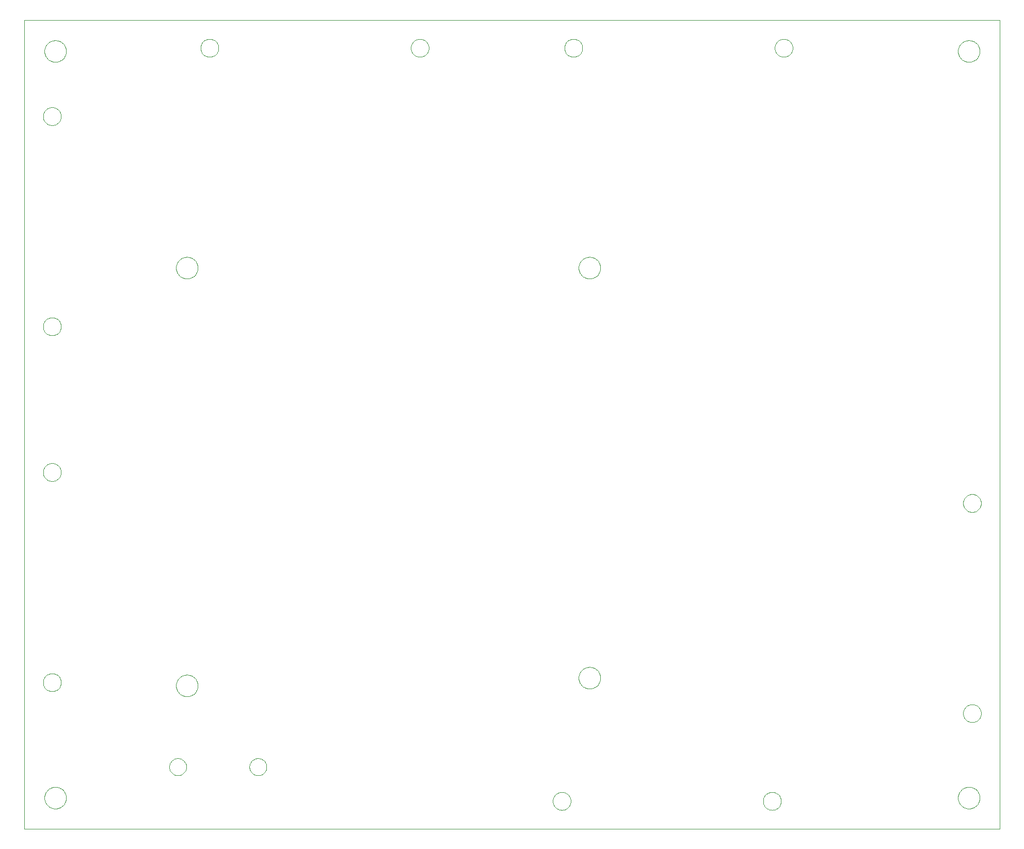
<source format=gm1>
G04 Output by ViewMate Deluxe V11.0.9  PentaLogix LLC*
G04 Sun Jun 14 09:31:17 2015*
%FSLAX33Y33*%
%MOMM*%
%IPPOS*%
%ADD118C,0.0*%

%LPD*%
X0Y0D2*D118*G1X93358Y11214D2*X93363Y11092D1*X93378Y10973*X93403Y10853*X93436Y10737*X93482Y10622*X93536Y10513*X93596Y10409*X93668Y10310*X93746Y10216*X93833Y10130*X93927Y10051*X94026Y9980*X94130Y9919*X94239Y9865*X94353Y9820*X94470Y9787*X94590Y9761*X94709Y9746*X94831Y9741*X94953Y9746*X95072Y9761*X95192Y9787*X95308Y9820*X95423Y9865*X95532Y9919*X95636Y9980*X95735Y10051*X95829Y10130*X95915Y10216*X95994Y10310*X96065Y10409*X96126Y10513*X96180Y10622*X96225Y10737*X96258Y10853*X96284Y10973*X96299Y11092*X96304Y11214*X96299Y11336*X96284Y11455*X96258Y11575*X96225Y11692*X96180Y11806*X96126Y11915*X96065Y12019*X95994Y12118*X95915Y12212*X95829Y12299*X95735Y12377*X95636Y12449*X95532Y12510*X95423Y12563*X95308Y12609*X95192Y12642*X95072Y12667*X94953Y12682*X94831Y12687*X94709Y12682*X94590Y12667*X94470Y12642*X94353Y12609*X94239Y12563*X94130Y12510*X94026Y12449*X93927Y12377*X93833Y12299*X93746Y12212*X93668Y12118*X93596Y12019*X93536Y11915*X93482Y11806*X93436Y11692*X93403Y11575*X93378Y11455*X93363Y11336*X93358Y11214*X97600Y31432D2*X97605Y31300D1*X97620Y31168*X97645Y31036*X97678Y30909*X97721Y30782*X97775Y30660*X97838Y30544*X97909Y30432*X97988Y30325*X98074Y30223*X98168Y30129*X98270Y30043*X98377Y29964*X98488Y29893*X98605Y29830*X98727Y29776*X98854Y29733*X98981Y29700*X99113Y29675*X99245Y29660*X99378Y29654*X99510Y29660*X99642Y29675*X99774Y29700*X99901Y29733*X100028Y29776*X100150Y29830*X100266Y29893*X100378Y29964*X100485Y30043*X100587Y30129*X100681Y30223*X100767Y30325*X100846Y30432*X100917Y30544*X100980Y30660*X101034Y30782*X101077Y30909*X101110Y31036*X101135Y31168*X101150Y31300*X101156Y31432*X101150Y31565*X101135Y31697*X101110Y31829*X101077Y31956*X101034Y32083*X100980Y32205*X100917Y32322*X100846Y32433*X100767Y32540*X100681Y32642*X100587Y32736*X100485Y32822*X100378Y32901*X100266Y32972*X100150Y33035*X100028Y33089*X99901Y33132*X99774Y33165*X99642Y33190*X99510Y33205*X99378Y33210*X99245Y33205*X99113Y33190*X98981Y33165*X98854Y33132*X98727Y33089*X98605Y33035*X98488Y32972*X98377Y32901*X98270Y32822*X98168Y32736*X98074Y32642*X97988Y32540*X97909Y32433*X97838Y32322*X97775Y32205*X97721Y32083*X97678Y31956*X97645Y31829*X97620Y31697*X97605Y31565*X97600Y31432*X127851Y11214D2*X127856Y11092D1*X127871Y10973*X127897Y10853*X127930Y10737*X127975Y10622*X128029Y10513*X128090Y10409*X128161Y10310*X128240Y10216*X128326Y10130*X128420Y10051*X128519Y9980*X128623Y9919*X128732Y9865*X128847Y9820*X128963Y9787*X129083Y9761*X129202Y9746*X129324Y9741*X129446Y9746*X129565Y9761*X129685Y9787*X129802Y9820*X129916Y9865*X130025Y9919*X130129Y9980*X130228Y10051*X130322Y10130*X130409Y10216*X130487Y10310*X130559Y10409*X130620Y10513*X130673Y10622*X130719Y10737*X130752Y10853*X130777Y10973*X130792Y11092*X130797Y11214*X130792Y11336*X130777Y11455*X130752Y11575*X130719Y11692*X130673Y11806*X130620Y11915*X130559Y12019*X130487Y12118*X130409Y12212*X130322Y12299*X130228Y12377*X130129Y12449*X130025Y12510*X129916Y12563*X129802Y12609*X129685Y12642*X129565Y12667*X129446Y12682*X129324Y12687*X129202Y12682*X129083Y12667*X128963Y12642*X128847Y12609*X128732Y12563*X128623Y12510*X128519Y12449*X128420Y12377*X128326Y12299*X128240Y12212*X128161Y12118*X128090Y12019*X128029Y11915*X127975Y11806*X127930Y11692*X127897Y11575*X127871Y11455*X127856Y11336*X127851Y11214*X159830Y11748D2*X159835Y11615D1*X159850Y11483*X159875Y11351*X159908Y11224*X159951Y11097*X160005Y10975*X160068Y10858*X160139Y10747*X160218Y10640*X160304Y10538*X160398Y10444*X160500Y10358*X160607Y10279*X160718Y10208*X160835Y10145*X160957Y10091*X161084Y10048*X161211Y10015*X161343Y9990*X161475Y9975*X161608Y9970*X161740Y9975*X161872Y9990*X162004Y10015*X162131Y10048*X162258Y10091*X162380Y10145*X162496Y10208*X162608Y10279*X162715Y10358*X162817Y10444*X162911Y10538*X162997Y10640*X163076Y10747*X163147Y10858*X163210Y10975*X163264Y11097*X163307Y11224*X163340Y11351*X163365Y11483*X163380Y11615*X163386Y11748*X163380Y11880*X163365Y12012*X163340Y12144*X163307Y12271*X163264Y12398*X163210Y12520*X163147Y12636*X163076Y12748*X162997Y12855*X162911Y12957*X162817Y13051*X162715Y13137*X162608Y13216*X162496Y13287*X162380Y13350*X162258Y13404*X162131Y13447*X162004Y13480*X161872Y13505*X161740Y13520*X161608Y13526*X161475Y13520*X161343Y13505*X161211Y13480*X161084Y13447*X160957Y13404*X160835Y13350*X160718Y13287*X160607Y13216*X160500Y13137*X160398Y13051*X160304Y12957*X160218Y12855*X160139Y12748*X160068Y12636*X160005Y12520*X159951Y12398*X159908Y12271*X159875Y12144*X159850Y12012*X159835Y11880*X159830Y11748*X160668Y25616D2*X160673Y25494D1*X160688Y25375*X160713Y25255*X160746Y25138*X160792Y25024*X160846Y24915*X160906Y24811*X160978Y24712*X161056Y24618*X161143Y24531*X161237Y24453*X161336Y24381*X161440Y24320*X161549Y24267*X161663Y24221*X161780Y24188*X161900Y24163*X162019Y24148*X162141Y24143*X162263Y24148*X162382Y24163*X162502Y24188*X162618Y24221*X162733Y24267*X162842Y24320*X162946Y24381*X163045Y24453*X163139Y24531*X163225Y24618*X163304Y24712*X163375Y24811*X163436Y24915*X163490Y25024*X163535Y25138*X163568Y25255*X163594Y25375*X163609Y25494*X163614Y25616*X163609Y25738*X163594Y25857*X163568Y25977*X163535Y26093*X163490Y26208*X163436Y26317*X163375Y26421*X163304Y26520*X163225Y26614*X163139Y26700*X163045Y26779*X162946Y26850*X162842Y26911*X162733Y26965*X162618Y27010*X162502Y27043*X162382Y27069*X162263Y27084*X162141Y27089*X162019Y27084*X161900Y27069*X161780Y27043*X161663Y27010*X161549Y26965*X161440Y26911*X161336Y26850*X161237Y26779*X161143Y26700*X161056Y26614*X160978Y26520*X160906Y26421*X160846Y26317*X160792Y26208*X160746Y26093*X160713Y25977*X160688Y25857*X160673Y25738*X160668Y25616*X160668Y60109D2*X160673Y59987D1*X160688Y59868*X160713Y59748*X160746Y59632*X160792Y59517*X160846Y59408*X160906Y59304*X160978Y59205*X161056Y59111*X161143Y59025*X161237Y58946*X161336Y58875*X161440Y58814*X161549Y58760*X161663Y58715*X161780Y58682*X161900Y58656*X162019Y58641*X162141Y58636*X162263Y58641*X162382Y58656*X162502Y58682*X162618Y58715*X162733Y58760*X162842Y58814*X162946Y58875*X163045Y58946*X163139Y59025*X163225Y59111*X163304Y59205*X163375Y59304*X163436Y59408*X163490Y59517*X163535Y59632*X163568Y59748*X163594Y59868*X163609Y59987*X163614Y60109*X163609Y60231*X163594Y60350*X163568Y60470*X163535Y60587*X163490Y60701*X163436Y60810*X163375Y60914*X163304Y61013*X163225Y61107*X163139Y61194*X163045Y61272*X162946Y61344*X162842Y61404*X162733Y61458*X162618Y61504*X162502Y61537*X162382Y61562*X162263Y61577*X162141Y61582*X162019Y61577*X161900Y61562*X161780Y61537*X161663Y61504*X161549Y61458*X161440Y61404*X161336Y61344*X161237Y61272*X161143Y61194*X161056Y61107*X160978Y61013*X160906Y60914*X160846Y60810*X160792Y60701*X160746Y60587*X160713Y60470*X160688Y60350*X160673Y60231*X160668Y60109*X97600Y98742D2*X97605Y98610D1*X97620Y98478*X97645Y98346*X97678Y98219*X97721Y98092*X97775Y97970*X97838Y97854*X97909Y97742*X97988Y97635*X98074Y97533*X98168Y97439*X98270Y97353*X98377Y97274*X98488Y97203*X98605Y97140*X98727Y97086*X98854Y97043*X98981Y97010*X99113Y96985*X99245Y96970*X99378Y96964*X99510Y96970*X99642Y96985*X99774Y97010*X99901Y97043*X100028Y97086*X100150Y97140*X100266Y97203*X100378Y97274*X100485Y97353*X100587Y97439*X100681Y97533*X100767Y97635*X100846Y97742*X100917Y97854*X100980Y97970*X101034Y98092*X101077Y98219*X101110Y98346*X101135Y98478*X101150Y98610*X101156Y98742*X101150Y98875*X101135Y99007*X101110Y99139*X101077Y99266*X101034Y99393*X100980Y99515*X100917Y99632*X100846Y99743*X100767Y99850*X100681Y99952*X100587Y100046*X100485Y100132*X100378Y100211*X100266Y100282*X100150Y100345*X100028Y100399*X99901Y100442*X99774Y100475*X99642Y100500*X99510Y100515*X99378Y100520*X99245Y100515*X99113Y100500*X98981Y100475*X98854Y100442*X98727Y100399*X98605Y100345*X98488Y100282*X98377Y100211*X98270Y100132*X98168Y100046*X98074Y99952*X97988Y99850*X97909Y99743*X97838Y99632*X97775Y99515*X97721Y99393*X97678Y99266*X97645Y99139*X97620Y99007*X97605Y98875*X97600Y98742*X159830Y134302D2*X159835Y134170D1*X159850Y134038*X159875Y133906*X159908Y133779*X159951Y133652*X160005Y133530*X160068Y133414*X160139Y133302*X160218Y133195*X160304Y133093*X160398Y132999*X160500Y132913*X160607Y132834*X160718Y132763*X160835Y132700*X160957Y132646*X161084Y132603*X161211Y132570*X161343Y132545*X161475Y132530*X161608Y132524*X161740Y132530*X161872Y132545*X162004Y132570*X162131Y132603*X162258Y132646*X162380Y132700*X162496Y132763*X162608Y132834*X162715Y132913*X162817Y132999*X162911Y133093*X162997Y133195*X163076Y133302*X163147Y133414*X163210Y133530*X163264Y133652*X163307Y133779*X163340Y133906*X163365Y134038*X163380Y134170*X163386Y134302*X163380Y134435*X163365Y134567*X163340Y134699*X163307Y134826*X163264Y134953*X163210Y135075*X163147Y135192*X163076Y135303*X162997Y135410*X162911Y135512*X162817Y135606*X162715Y135692*X162608Y135771*X162496Y135842*X162380Y135905*X162258Y135959*X162131Y136002*X162004Y136035*X161872Y136060*X161740Y136075*X161608Y136080*X161475Y136075*X161343Y136060*X161211Y136035*X161084Y136002*X160957Y135959*X160835Y135905*X160718Y135842*X160607Y135771*X160500Y135692*X160398Y135606*X160304Y135512*X160218Y135410*X160139Y135303*X160068Y135192*X160005Y135075*X159951Y134953*X159908Y134826*X159875Y134699*X159850Y134567*X159835Y134435*X159830Y134302*X129756Y134836D2*X129761Y134714D1*X129776Y134595*X129802Y134475*X129835Y134358*X129880Y134244*X129934Y134135*X129995Y134031*X130066Y133932*X130145Y133838*X130231Y133751*X130325Y133673*X130424Y133601*X130528Y133540*X130637Y133487*X130752Y133441*X130868Y133408*X130988Y133383*X131107Y133368*X131229Y133363*X131351Y133368*X131470Y133383*X131590Y133408*X131707Y133441*X131821Y133487*X131930Y133540*X132034Y133601*X132133Y133673*X132227Y133751*X132314Y133838*X132392Y133932*X132464Y134031*X132524Y134135*X132578Y134244*X132624Y134358*X132657Y134475*X132682Y134595*X132697Y134714*X132702Y134836*X132697Y134958*X132682Y135077*X132657Y135197*X132624Y135313*X132578Y135428*X132524Y135537*X132464Y135641*X132392Y135740*X132314Y135834*X132227Y135920*X132133Y135999*X132034Y136070*X131930Y136131*X131821Y136185*X131707Y136230*X131590Y136263*X131470Y136289*X131351Y136304*X131229Y136309*X131107Y136304*X130988Y136289*X130868Y136263*X130752Y136230*X130637Y136185*X130528Y136131*X130424Y136070*X130325Y135999*X130231Y135920*X130145Y135834*X130066Y135740*X129995Y135641*X129934Y135537*X129880Y135428*X129835Y135313*X129802Y135197*X129776Y135077*X129761Y134958*X129756Y134836*X95263Y134836D2*X95268Y134714D1*X95283Y134595*X95308Y134475*X95341Y134358*X95387Y134244*X95440Y134135*X95501Y134031*X95573Y133932*X95651Y133838*X95738Y133751*X95832Y133673*X95931Y133601*X96035Y133540*X96144Y133487*X96258Y133441*X96375Y133408*X96495Y133383*X96614Y133368*X96736Y133363*X96858Y133368*X96977Y133383*X97097Y133408*X97213Y133441*X97328Y133487*X97437Y133540*X97541Y133601*X97640Y133673*X97734Y133751*X97820Y133838*X97899Y133932*X97970Y134031*X98031Y134135*X98085Y134244*X98130Y134358*X98163Y134475*X98189Y134595*X98204Y134714*X98209Y134836*X98204Y134958*X98189Y135077*X98163Y135197*X98130Y135313*X98085Y135428*X98031Y135537*X97970Y135641*X97899Y135740*X97820Y135834*X97734Y135920*X97640Y135999*X97541Y136070*X97437Y136131*X97328Y136185*X97213Y136230*X97097Y136263*X96977Y136289*X96858Y136304*X96736Y136309*X96614Y136304*X96495Y136289*X96375Y136263*X96258Y136230*X96144Y136185*X96035Y136131*X95931Y136070*X95832Y135999*X95738Y135920*X95651Y135834*X95573Y135740*X95501Y135641*X95440Y135537*X95387Y135428*X95341Y135313*X95308Y135197*X95283Y135077*X95268Y134958*X95263Y134836*X70066Y134836D2*X70071Y134714D1*X70086Y134595*X70112Y134475*X70145Y134358*X70190Y134244*X70244Y134135*X70305Y134031*X70376Y133932*X70455Y133838*X70541Y133751*X70635Y133673*X70734Y133601*X70838Y133540*X70947Y133487*X71062Y133441*X71178Y133408*X71298Y133383*X71417Y133368*X71539Y133363*X71661Y133368*X71780Y133383*X71900Y133408*X72017Y133441*X72131Y133487*X72240Y133540*X72344Y133601*X72443Y133673*X72537Y133751*X72624Y133838*X72702Y133932*X72774Y134031*X72834Y134135*X72888Y134244*X72934Y134358*X72967Y134475*X72992Y134595*X73007Y134714*X73012Y134836*X73007Y134958*X72992Y135077*X72967Y135197*X72934Y135313*X72888Y135428*X72834Y135537*X72774Y135641*X72702Y135740*X72624Y135834*X72537Y135920*X72443Y135999*X72344Y136070*X72240Y136131*X72131Y136185*X72017Y136230*X71900Y136263*X71780Y136289*X71661Y136304*X71539Y136309*X71417Y136304*X71298Y136289*X71178Y136263*X71062Y136230*X70947Y136185*X70838Y136131*X70734Y136070*X70635Y135999*X70541Y135920*X70455Y135834*X70376Y135740*X70305Y135641*X70244Y135537*X70190Y135428*X70145Y135313*X70112Y135197*X70086Y135077*X70071Y134958*X70066Y134836*X35573Y134836D2*X35578Y134714D1*X35593Y134595*X35618Y134475*X35651Y134358*X35697Y134244*X35750Y134135*X35811Y134031*X35883Y133932*X35961Y133838*X36048Y133751*X36142Y133673*X36241Y133601*X36345Y133540*X36454Y133487*X36568Y133441*X36685Y133408*X36805Y133383*X36924Y133368*X37046Y133363*X37168Y133368*X37287Y133383*X37407Y133408*X37523Y133441*X37638Y133487*X37747Y133540*X37851Y133601*X37950Y133673*X38044Y133751*X38130Y133838*X38209Y133932*X38280Y134031*X38341Y134135*X38395Y134244*X38440Y134358*X38473Y134475*X38499Y134595*X38514Y134714*X38519Y134836*X38514Y134958*X38499Y135077*X38473Y135197*X38440Y135313*X38395Y135428*X38341Y135537*X38280Y135641*X38209Y135740*X38130Y135834*X38044Y135920*X37950Y135999*X37851Y136070*X37747Y136131*X37638Y136185*X37523Y136230*X37407Y136263*X37287Y136289*X37168Y136304*X37046Y136309*X36924Y136304*X36805Y136289*X36685Y136263*X36568Y136230*X36454Y136185*X36345Y136131*X36241Y136070*X36142Y135999*X36048Y135920*X35961Y135834*X35883Y135740*X35811Y135641*X35750Y135537*X35697Y135428*X35651Y135313*X35618Y135197*X35593Y135077*X35578Y134958*X35573Y134836*X9970Y134302D2*X9975Y134170D1*X9990Y134038*X10015Y133906*X10048Y133779*X10091Y133652*X10145Y133530*X10208Y133414*X10279Y133302*X10358Y133195*X10444Y133093*X10538Y132999*X10640Y132913*X10747Y132834*X10858Y132763*X10975Y132700*X11097Y132646*X11224Y132603*X11351Y132570*X11483Y132545*X11615Y132530*X11748Y132524*X11880Y132530*X12012Y132545*X12144Y132570*X12271Y132603*X12398Y132646*X12520Y132700*X12636Y132763*X12748Y132834*X12855Y132913*X12957Y132999*X13051Y133093*X13137Y133195*X13216Y133302*X13287Y133414*X13350Y133530*X13404Y133652*X13447Y133779*X13480Y133906*X13505Y134038*X13520Y134170*X13526Y134302*X13520Y134435*X13505Y134567*X13480Y134699*X13447Y134826*X13404Y134953*X13350Y135075*X13287Y135192*X13216Y135303*X13137Y135410*X13051Y135512*X12957Y135606*X12855Y135692*X12748Y135771*X12636Y135842*X12520Y135905*X12398Y135959*X12271Y136002*X12144Y136035*X12012Y136060*X11880Y136075*X11748Y136080*X11615Y136075*X11483Y136060*X11351Y136035*X11224Y136002*X11097Y135959*X10975Y135905*X10858Y135842*X10747Y135771*X10640Y135692*X10538Y135606*X10444Y135512*X10358Y135410*X10279Y135303*X10208Y135192*X10145Y135075*X10091Y134953*X10048Y134826*X10015Y134699*X9990Y134567*X9975Y134435*X9970Y134302*X9741Y123609D2*X9746Y123487D1*X9761Y123368*X9787Y123248*X9820Y123132*X9865Y123017*X9919Y122908*X9980Y122804*X10051Y122705*X10130Y122611*X10216Y122525*X10310Y122446*X10409Y122375*X10513Y122314*X10622Y122260*X10737Y122215*X10853Y122182*X10973Y122156*X11092Y122141*X11214Y122136*X11336Y122141*X11455Y122156*X11575Y122182*X11692Y122215*X11806Y122260*X11915Y122314*X12019Y122375*X12118Y122446*X12212Y122525*X12299Y122611*X12377Y122705*X12449Y122804*X12510Y122908*X12563Y123017*X12609Y123132*X12642Y123248*X12667Y123368*X12682Y123487*X12687Y123609*X12682Y123731*X12667Y123850*X12642Y123970*X12609Y124087*X12563Y124201*X12510Y124310*X12449Y124414*X12377Y124513*X12299Y124607*X12212Y124694*X12118Y124772*X12019Y124844*X11915Y124904*X11806Y124958*X11692Y125004*X11575Y125037*X11455Y125062*X11336Y125077*X11214Y125082*X11092Y125077*X10973Y125062*X10853Y125037*X10737Y125004*X10622Y124958*X10513Y124904*X10409Y124844*X10310Y124772*X10216Y124694*X10130Y124607*X10051Y124513*X9980Y124414*X9919Y124310*X9865Y124201*X9820Y124087*X9787Y123970*X9761Y123850*X9746Y123731*X9741Y123609*X31560Y98742D2*X31565Y98610D1*X31580Y98478*X31605Y98346*X31638Y98219*X31681Y98092*X31735Y97970*X31798Y97854*X31869Y97742*X31948Y97635*X32034Y97533*X32128Y97439*X32230Y97353*X32337Y97274*X32448Y97203*X32565Y97140*X32687Y97086*X32814Y97043*X32941Y97010*X33073Y96985*X33205Y96970*X33338Y96964*X33470Y96970*X33602Y96985*X33734Y97010*X33861Y97043*X33988Y97086*X34110Y97140*X34226Y97203*X34338Y97274*X34445Y97353*X34547Y97439*X34641Y97533*X34727Y97635*X34806Y97742*X34877Y97854*X34940Y97970*X34994Y98092*X35037Y98219*X35070Y98346*X35095Y98478*X35110Y98610*X35116Y98742*X35110Y98875*X35095Y99007*X35070Y99139*X35037Y99266*X34994Y99393*X34940Y99515*X34877Y99632*X34806Y99743*X34727Y99850*X34641Y99952*X34547Y100046*X34445Y100132*X34338Y100211*X34226Y100282*X34110Y100345*X33988Y100399*X33861Y100442*X33734Y100475*X33602Y100500*X33470Y100515*X33338Y100520*X33205Y100515*X33073Y100500*X32941Y100475*X32814Y100442*X32687Y100399*X32565Y100345*X32448Y100282*X32337Y100211*X32230Y100132*X32128Y100046*X32034Y99952*X31948Y99850*X31869Y99743*X31798Y99632*X31735Y99515*X31681Y99393*X31638Y99266*X31605Y99139*X31580Y99007*X31565Y98875*X31560Y98742*X9741Y89116D2*X9746Y88994D1*X9761Y88875*X9787Y88755*X9820Y88638*X9865Y88524*X9919Y88415*X9980Y88311*X10051Y88212*X10130Y88118*X10216Y88031*X10310Y87953*X10409Y87881*X10513Y87820*X10622Y87767*X10737Y87721*X10853Y87688*X10973Y87663*X11092Y87648*X11214Y87643*X11336Y87648*X11455Y87663*X11575Y87688*X11692Y87721*X11806Y87767*X11915Y87820*X12019Y87881*X12118Y87953*X12212Y88031*X12299Y88118*X12377Y88212*X12449Y88311*X12510Y88415*X12563Y88524*X12609Y88638*X12642Y88755*X12667Y88875*X12682Y88994*X12687Y89116*X12682Y89238*X12667Y89357*X12642Y89477*X12609Y89593*X12563Y89708*X12510Y89817*X12449Y89921*X12377Y90020*X12299Y90114*X12212Y90200*X12118Y90279*X12019Y90350*X11915Y90411*X11806Y90465*X11692Y90510*X11575Y90543*X11455Y90569*X11336Y90584*X11214Y90589*X11092Y90584*X10973Y90569*X10853Y90543*X10737Y90510*X10622Y90465*X10513Y90411*X10409Y90350*X10310Y90279*X10216Y90200*X10130Y90114*X10051Y90020*X9980Y89921*X9919Y89817*X9865Y89708*X9820Y89593*X9787Y89477*X9761Y89357*X9746Y89238*X9741Y89116*X9741Y65189D2*X9746Y65067D1*X9761Y64948*X9787Y64828*X9820Y64712*X9865Y64597*X9919Y64488*X9980Y64384*X10051Y64285*X10130Y64191*X10216Y64105*X10310Y64026*X10409Y63955*X10513Y63894*X10622Y63840*X10737Y63795*X10853Y63762*X10973Y63736*X11092Y63721*X11214Y63716*X11336Y63721*X11455Y63736*X11575Y63762*X11692Y63795*X11806Y63840*X11915Y63894*X12019Y63955*X12118Y64026*X12212Y64105*X12299Y64191*X12377Y64285*X12449Y64384*X12510Y64488*X12563Y64597*X12609Y64712*X12642Y64828*X12667Y64948*X12682Y65067*X12687Y65189*X12682Y65311*X12667Y65430*X12642Y65550*X12609Y65667*X12563Y65781*X12510Y65890*X12449Y65994*X12377Y66093*X12299Y66187*X12212Y66274*X12118Y66352*X12019Y66424*X11915Y66484*X11806Y66538*X11692Y66584*X11575Y66617*X11455Y66642*X11336Y66657*X11214Y66662*X11092Y66657*X10973Y66642*X10853Y66617*X10737Y66584*X10622Y66538*X10513Y66484*X10409Y66424*X10310Y66352*X10216Y66274*X10130Y66187*X10051Y66093*X9980Y65994*X9919Y65890*X9865Y65781*X9820Y65667*X9787Y65550*X9761Y65430*X9746Y65311*X9741Y65189*X31560Y30162D2*X31565Y30030D1*X31580Y29898*X31605Y29766*X31638Y29639*X31681Y29512*X31735Y29390*X31798Y29274*X31869Y29162*X31948Y29055*X32034Y28953*X32128Y28859*X32230Y28773*X32337Y28694*X32448Y28623*X32565Y28560*X32687Y28506*X32814Y28463*X32941Y28430*X33073Y28405*X33205Y28390*X33338Y28384*X33470Y28390*X33602Y28405*X33734Y28430*X33861Y28463*X33988Y28506*X34110Y28560*X34226Y28623*X34338Y28694*X34445Y28773*X34547Y28859*X34641Y28953*X34727Y29055*X34806Y29162*X34877Y29274*X34940Y29390*X34994Y29512*X35037Y29639*X35070Y29766*X35095Y29898*X35110Y30030*X35116Y30162*X35110Y30295*X35095Y30427*X35070Y30559*X35037Y30686*X34994Y30813*X34940Y30935*X34877Y31052*X34806Y31163*X34727Y31270*X34641Y31372*X34547Y31466*X34445Y31552*X34338Y31631*X34226Y31702*X34110Y31765*X33988Y31819*X33861Y31862*X33734Y31895*X33602Y31920*X33470Y31935*X33338Y31940*X33205Y31935*X33073Y31920*X32941Y31895*X32814Y31862*X32687Y31819*X32565Y31765*X32448Y31702*X32337Y31631*X32230Y31552*X32128Y31466*X32034Y31372*X31948Y31270*X31869Y31163*X31798Y31052*X31735Y30935*X31681Y30813*X31638Y30686*X31605Y30559*X31580Y30427*X31565Y30295*X31560Y30162*X43597Y16828D2*X43602Y16708D1*X43617Y16591*X43642Y16474*X43675Y16360*X43721Y16251*X43774Y16144*X43835Y16043*X43906Y15949*X43985Y15860*X44072Y15776*X44163Y15702*X44262Y15636*X44366Y15578*X44475Y15530*X44587Y15489*X44701Y15458*X44818Y15438*X44938Y15428*X45055Y15428*X45174Y15438*X45291Y15458*X45405Y15489*X45517Y15530*X45626Y15578*X45730Y15636*X45829Y15702*X45921Y15776*X46007Y15860*X46086Y15949*X46157Y16043*X46218Y16144*X46271Y16251*X46317Y16360*X46350Y16474*X46375Y16591*X46391Y16708*X46396Y16828*X46391Y16947*X46375Y17064*X46350Y17181*X46317Y17295*X46271Y17404*X46218Y17511*X46157Y17612*X46086Y17706*X46007Y17795*X45921Y17879*X45829Y17953*X45730Y18019*X45626Y18077*X45517Y18125*X45405Y18166*X45291Y18197*X45174Y18217*X45055Y18227*X44938Y18227*X44818Y18217*X44701Y18197*X44587Y18166*X44475Y18125*X44366Y18077*X44262Y18019*X44163Y17953*X44072Y17879*X43985Y17795*X43906Y17706*X43835Y17612*X43774Y17511*X43721Y17404*X43675Y17295*X43642Y17181*X43617Y17064*X43602Y16947*X43597Y16828*X30439Y16828D2*X30444Y16708D1*X30460Y16591*X30485Y16474*X30518Y16360*X30564Y16251*X30617Y16144*X30678Y16043*X30749Y15949*X30828Y15860*X30914Y15776*X31006Y15702*X31105Y15636*X31209Y15578*X31318Y15530*X31430Y15489*X31544Y15458*X31661Y15438*X31780Y15428*X31897Y15428*X32017Y15438*X32134Y15458*X32248Y15489*X32360Y15530*X32469Y15578*X32573Y15636*X32672Y15702*X32763Y15776*X32850Y15860*X32929Y15949*X33000Y16043*X33061Y16144*X33114Y16251*X33160Y16360*X33193Y16474*X33218Y16591*X33233Y16708*X33238Y16828*X33233Y16947*X33218Y17064*X33193Y17181*X33160Y17295*X33114Y17404*X33061Y17511*X33000Y17612*X32929Y17706*X32850Y17795*X32763Y17879*X32672Y17953*X32573Y18019*X32469Y18077*X32360Y18125*X32248Y18166*X32134Y18197*X32017Y18217*X31897Y18227*X31780Y18227*X31661Y18217*X31544Y18197*X31430Y18166*X31318Y18125*X31209Y18077*X31105Y18019*X31006Y17953*X30914Y17879*X30828Y17795*X30749Y17706*X30678Y17612*X30617Y17511*X30564Y17404*X30518Y17295*X30485Y17181*X30460Y17064*X30444Y16947*X30439Y16828*X9741Y30696D2*X9746Y30574D1*X9761Y30455*X9787Y30335*X9820Y30218*X9865Y30104*X9919Y29995*X9980Y29891*X10051Y29792*X10130Y29698*X10216Y29611*X10310Y29533*X10409Y29461*X10513Y29400*X10622Y29347*X10737Y29301*X10853Y29268*X10973Y29243*X11092Y29228*X11214Y29223*X11336Y29228*X11455Y29243*X11575Y29268*X11692Y29301*X11806Y29347*X11915Y29400*X12019Y29461*X12118Y29533*X12212Y29611*X12299Y29698*X12377Y29792*X12449Y29891*X12510Y29995*X12563Y30104*X12609Y30218*X12642Y30335*X12667Y30455*X12682Y30574*X12687Y30696*X12682Y30818*X12667Y30937*X12642Y31057*X12609Y31173*X12563Y31288*X12510Y31397*X12449Y31501*X12377Y31600*X12299Y31694*X12212Y31780*X12118Y31859*X12019Y31930*X11915Y31991*X11806Y32045*X11692Y32090*X11575Y32123*X11455Y32149*X11336Y32164*X11214Y32169*X11092Y32164*X10973Y32149*X10853Y32123*X10737Y32090*X10622Y32045*X10513Y31991*X10409Y31930*X10310Y31859*X10216Y31780*X10130Y31694*X10051Y31600*X9980Y31501*X9919Y31397*X9865Y31288*X9820Y31173*X9787Y31057*X9761Y30937*X9746Y30818*X9741Y30696*X9970Y11748D2*X9975Y11615D1*X9990Y11483*X10015Y11351*X10048Y11224*X10091Y11097*X10145Y10975*X10208Y10858*X10279Y10747*X10358Y10640*X10444Y10538*X10538Y10444*X10640Y10358*X10747Y10279*X10858Y10208*X10975Y10145*X11097Y10091*X11224Y10048*X11351Y10015*X11483Y9990*X11615Y9975*X11748Y9970*X11880Y9975*X12012Y9990*X12144Y10015*X12271Y10048*X12398Y10091*X12520Y10145*X12636Y10208*X12748Y10279*X12855Y10358*X12957Y10444*X13051Y10538*X13137Y10640*X13216Y10747*X13287Y10858*X13350Y10975*X13404Y11097*X13447Y11224*X13480Y11351*X13505Y11483*X13520Y11615*X13526Y11748*X13520Y11880*X13505Y12012*X13480Y12144*X13447Y12271*X13404Y12398*X13350Y12520*X13287Y12636*X13216Y12748*X13137Y12855*X13051Y12957*X12957Y13051*X12855Y13137*X12748Y13216*X12636Y13287*X12520Y13350*X12398Y13404*X12271Y13447*X12144Y13480*X12012Y13505*X11880Y13520*X11748Y13526*X11615Y13520*X11483Y13505*X11351Y13480*X11224Y13447*X11097Y13404*X10975Y13350*X10858Y13287*X10747Y13216*X10640Y13137*X10538Y13051*X10444Y12957*X10358Y12855*X10279Y12748*X10208Y12636*X10145Y12520*X10091Y12398*X10048Y12271*X10015Y12144*X9990Y12012*X9975Y11880*X9970Y11748*X6668Y6668D2*X166688Y6668D1*X166688Y139382*X6668Y139382*X6668Y6668*X0Y0D2*M02*
</source>
